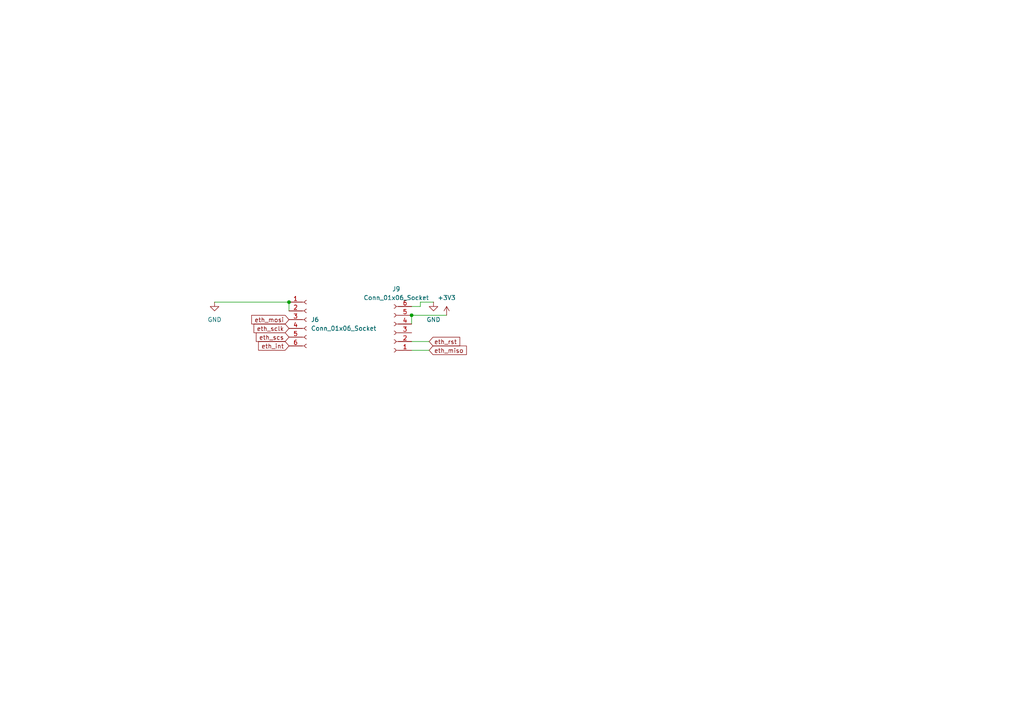
<source format=kicad_sch>
(kicad_sch (version 20231120) (generator "eeschema") (generator_version "8.0")
  (paper "A4")
  (lib_symbols
    (symbol "Connector:Conn_01x06_Socket" (pin_names (offset 1.016) hide)
      (property "Reference" "J" (at 0 7.62 0))
      (property "Value" "Conn_01x06_Socket" (at 0 -10.16 0))
      (symbol "Conn_01x06_Socket_1_1"
        (arc (start 0 -7.112) (mid -0.5058 -7.62) (end 0 -8.128) (stroke (width 0.1524)))
        (arc (start 0 -4.572) (mid -0.5058 -5.08) (end 0 -5.588) (stroke (width 0.1524)))
        (arc (start 0 -2.032) (mid -0.5058 -2.54) (end 0 -3.048) (stroke (width 0.1524)))
        (polyline (pts (xy -1.27 -7.62) (xy -0.508 -7.62)) (stroke (width 0.1524)))
        (polyline (pts (xy -1.27 -5.08) (xy -0.508 -5.08)) (stroke (width 0.1524)))
        (polyline (pts (xy -1.27 -2.54) (xy -0.508 -2.54)) (stroke (width 0.1524)))
        (polyline (pts (xy -1.27 0) (xy -0.508 0)) (stroke (width 0.1524)))
        (polyline (pts (xy -1.27 2.54) (xy -0.508 2.54)) (stroke (width 0.1524)))
        (polyline (pts (xy -1.27 5.08) (xy -0.508 5.08)) (stroke (width 0.1524)))
        (arc (start 0 0.508) (mid -0.5058 0) (end 0 -0.508) (stroke (width 0.1524)))
        (arc (start 0 3.048) (mid -0.5058 2.54) (end 0 2.032) (stroke (width 0.1524)))
        (arc (start 0 5.588) (mid -0.5058 5.08) (end 0 4.572) (stroke (width 0.1524)))
        (pin passive line (at -5.08 5.08 0) (length 3.81) (name "Pin_1") (number "1"))
        (pin passive line (at -5.08 2.54 0) (length 3.81) (name "Pin_2") (number "2"))
        (pin passive line (at -5.08 0 0) (length 3.81) (name "Pin_3") (number "3"))
        (pin passive line (at -5.08 -2.54 0) (length 3.81) (name "Pin_4") (number "4"))
        (pin passive line (at -5.08 -5.08 0) (length 3.81) (name "Pin_5") (number "5"))
        (pin passive line (at -5.08 -7.62 0) (length 3.81) (name "Pin_6") (number "6"))
      )
    )
    (symbol "Connector:RJ45_LED_Shielded" (pin_names (offset 1.016))
      (property "Reference" "J" (at -5.08 13.97 0))
      (property "Value" "RJ45_LED_Shielded" (at 1.27 13.97 0))
      (symbol "RJ45_LED_Shielded_0_1"
        (polyline (pts (xy -7.62 -7.62) (xy -6.35 -7.62)))
        (polyline (pts (xy -7.62 -5.08) (xy -6.35 -5.08)))
        (polyline (pts (xy -7.62 7.62) (xy -6.35 7.62)))
        (polyline (pts (xy -7.62 10.16) (xy -6.35 10.16)))
        (polyline (pts (xy -6.858 -5.842) (xy -5.842 -5.842)))
        (polyline (pts (xy -6.858 9.398) (xy -5.842 9.398)))
        (polyline (pts (xy -6.35 -7.62) (xy -6.35 -6.858)))
        (polyline (pts (xy -6.35 -5.08) (xy -6.35 -5.842)))
        (polyline (pts (xy -6.35 7.62) (xy -6.35 8.382)))
        (polyline (pts (xy -6.35 10.16) (xy -6.35 9.398)))
        (polyline (pts (xy -5.08 -6.223) (xy -5.207 -6.604)))
        (polyline (pts (xy -5.08 -5.588) (xy -5.207 -5.969)))
        (polyline (pts (xy -5.08 4.445) (xy -6.35 4.445)))
        (polyline (pts (xy -5.08 5.715) (xy -6.35 5.715)))
        (polyline (pts (xy -5.08 9.017) (xy -5.207 8.636)))
        (polyline (pts (xy -5.08 9.652) (xy -5.207 9.271)))
        (polyline (pts (xy -6.35 -3.175) (xy -5.08 -3.175) (xy -5.08 -3.175)))
        (polyline (pts (xy -6.35 -1.905) (xy -5.08 -1.905) (xy -5.08 -1.905)))
        (polyline (pts (xy -6.35 -0.635) (xy -5.08 -0.635) (xy -5.08 -0.635)))
        (polyline (pts (xy -6.35 0.635) (xy -5.08 0.635) (xy -5.08 0.635)))
        (polyline (pts (xy -6.35 1.905) (xy -5.08 1.905) (xy -5.08 1.905)))
        (polyline (pts (xy -5.588 -6.731) (xy -5.08 -6.223) (xy -5.461 -6.35)))
        (polyline (pts (xy -5.588 -6.096) (xy -5.08 -5.588) (xy -5.461 -5.715)))
        (polyline (pts (xy -5.588 8.509) (xy -5.08 9.017) (xy -5.461 8.89)))
        (polyline (pts (xy -5.588 9.144) (xy -5.08 9.652) (xy -5.461 9.525)))
        (polyline (pts (xy -5.08 3.175) (xy -6.35 3.175) (xy -6.35 3.175)))
        (polyline (pts (xy -6.35 -5.842) (xy -6.858 -6.858) (xy -5.842 -6.858) (xy -6.35 -5.842)))
        (polyline (pts (xy -6.35 9.398) (xy -6.858 8.382) (xy -5.842 8.382) (xy -6.35 9.398)))
        (polyline (pts (xy -6.35 -4.445) (xy -6.35 6.985) (xy 3.81 6.985) (xy 3.81 4.445) (xy 5.08 4.445) (xy 5.08 3.175) (xy 6.35 3.175) (xy 6.35 -0.635) (xy 5.08 -0.635) (xy 5.08 -1.905) (xy 3.81 -1.905) (xy 3.81 -4.445) (xy -6.35 -4.445) (xy -6.35 -4.445)))
        (rectangle (start 7.62 12.7) (end -7.62 -10.16) (stroke (width 0.254)) (fill (type background)))
      )
      (symbol "RJ45_LED_Shielded_1_1"
        (pin passive line (at 10.16 -7.62 180) (length 2.54) (name "~") (number "1"))
        (pin passive line (at -10.16 7.62 0) (length 2.54) (name "~") (number "10"))
        (pin passive line (at -10.16 -5.08 0) (length 2.54) (name "~") (number "11"))
        (pin passive line (at -10.16 -7.62 0) (length 2.54) (name "~") (number "12"))
        (pin passive line (at 10.16 -5.08 180) (length 2.54) (name "~") (number "2"))
        (pin passive line (at 10.16 -2.54 180) (length 2.54) (name "~") (number "3"))
        (pin passive line (at 10.16 0 180) (length 2.54) (name "~") (number "4"))
        (pin passive line (at 10.16 2.54 180) (length 2.54) (name "~") (number "5"))
        (pin passive line (at 10.16 5.08 180) (length 2.54) (name "~") (number "6"))
        (pin passive line (at 10.16 7.62 180) (length 2.54) (name "~") (number "7"))
        (pin passive line (at 10.16 10.16 180) (length 2.54) (name "~") (number "8"))
        (pin passive line (at -10.16 10.16 0) (length 2.54) (name "~") (number "9"))
        (pin passive line (at 0 -12.7 90) (length 2.54) (name "~") (number "SH"))
      )
    )
    (symbol "Device:C" (pin_numbers hide) (pin_names (offset 0.254))
      (property "Reference" "C" (at 0.635 2.54 0))
      (property "Value" "C" (at 0.635 -2.54 0))
      (symbol "C_0_1"
        (polyline (pts (xy -2.032 -0.762) (xy 2.032 -0.762)) (stroke (width 0.508)))
        (polyline (pts (xy -2.032 0.762) (xy 2.032 0.762)) (stroke (width 0.508)))
      )
      (symbol "C_1_1"
        (pin passive line (at 0 3.81 270) (length 2.794) (name "~") (number "1"))
        (pin passive line (at 0 -3.81 90) (length 2.794) (name "~") (number "2"))
      )
    )
    (symbol "Device:C_Polarized" (pin_numbers hide) (pin_names (offset 0.254))
      (property "Reference" "C" (at 0.635 2.54 0))
      (property "Value" "C_Polarized" (at 0.635 -2.54 0))
      (symbol "C_Polarized_0_1"
        (rectangle (start -2.286 0.508) (end 2.286 1.016))
        (polyline (pts (xy -1.778 2.286) (xy -0.762 2.286)))
        (polyline (pts (xy -1.27 2.794) (xy -1.27 1.778)))
        (rectangle (start 2.286 -0.508) (end -2.286 -1.016) (fill (type outline)))
      )
      (symbol "C_Polarized_1_1"
        (pin passive line (at 0 3.81 270) (length 2.794) (name "~") (number "1"))
        (pin passive line (at 0 -3.81 90) (length 2.794) (name "~") (number "2"))
      )
    )
    (symbol "Device:LED" (pin_numbers hide) (pin_names (offset 1.016) hide)
      (property "Reference" "D" (at 0 2.54 0))
      (property "Value" "LED" (at 0 -2.54 0))
      (symbol "LED_0_1"
        (polyline (pts (xy -1.27 -1.27) (xy -1.27 1.27)) (stroke (width 0.254)))
        (polyline (pts (xy -1.27 0) (xy 1.27 0)))
        (polyline (pts (xy 1.27 -1.27) (xy 1.27 1.27) (xy -1.27 0) (xy 1.27 -1.27)) (stroke (width 0.254)))
        (polyline (pts (xy -3.048 -0.762) (xy -4.572 -2.286) (xy -3.81 -2.286) (xy -4.572 -2.286) (xy -4.572 -1.524)))
        (polyline (pts (xy -1.778 -0.762) (xy -3.302 -2.286) (xy -2.54 -2.286) (xy -3.302 -2.286) (xy -3.302 -1.524)))
      )
      (symbol "LED_1_1"
        (pin passive line (at -3.81 0 0) (length 2.54) (name "K") (number "1"))
        (pin passive line (at 3.81 0 180) (length 2.54) (name "A") (number "2"))
      )
    )
    (symbol "Device:R" (pin_numbers hide) (pin_names (offset 0))
      (property "Reference" "R" (at 2.032 0 90))
      (property "Value" "R" (at 0 0 90))
      (symbol "R_0_1"
        (rectangle (start -1.016 -2.54) (end 1.016 2.54) (stroke (width 0.254)))
      )
      (symbol "R_1_1"
        (pin passive line (at 0 3.81 270) (length 1.27) (name "~") (number "1"))
        (pin passive line (at 0 -3.81 90) (length 1.27) (name "~") (number "2"))
      )
    )
    (symbol "Interface_Ethernet:W5500"
      (property "Reference" "U" (at -11.43 29.21 0))
      (property "Value" "W5500" (at 8.89 29.21 0))
      (symbol "W5500_0_1"
        (rectangle (start -12.7 27.94) (end 12.7 -27.94) (stroke (width 0.254)) (fill (type background)))
      )
      (symbol "W5500_1_1"
        (pin output line (at 15.24 25.4 180) (length 2.54) (name "TXN") (number "1"))
        (pin passive line (at 15.24 -17.78 180) (length 2.54) (name "EXRES1") (number "10"))
        (pin passive line (at 2.54 30.48 270) (length 2.54) hide (name "AVDD") (number "11"))
        (pin no_connect line (at 12.7 7.62 180) (length 2.54) hide (name "NC") (number "12"))
        (pin no_connect line (at 12.7 5.08 180) (length 2.54) hide (name "NC") (number "13"))
        (pin passive line (at 2.54 -30.48 90) (length 2.54) hide (name "AGND") (number "14"))
        (pin passive line (at 2.54 30.48 270) (length 2.54) hide (name "AVDD") (number "15"))
        (pin passive line (at 2.54 -30.48 90) (length 2.54) hide (name "AGND") (number "16"))
        (pin passive line (at 2.54 30.48 270) (length 2.54) hide (name "AVDD") (number "17"))
        (pin passive line (at 15.24 -20.32 180) (length 2.54) (name "VBG") (number "18"))
        (pin passive line (at 2.54 -30.48 90) (length 2.54) hide (name "AGND") (number "19"))
        (pin output line (at 15.24 22.86 180) (length 2.54) (name "TXP") (number "2"))
        (pin passive line (at 15.24 -22.86 180) (length 2.54) (name "TOCAP") (number "20"))
        (pin passive line (at 2.54 30.48 270) (length 2.54) hide (name "AVDD") (number "21"))
        (pin output line (at 15.24 -25.4 180) (length 2.54) (name "1V2O") (number "22"))
        (pin input line (at -15.24 -25.4 0) (length 2.54) (name "RSVD") (number "23"))
        (pin output line (at 15.24 -5.08 180) (length 2.54) (name "SPDLED") (number "24"))
        (pin output line (at 15.24 -7.62 180) (length 2.54) (name "LINKLED") (number "25"))
        (pin output line (at 15.24 -10.16 180) (length 2.54) (name "DUPLED") (number "26"))
        (pin output line (at 15.24 -12.7 180) (length 2.54) (name "ACTLED") (number "27"))
        (pin power_in line (at -2.54 30.48 270) (length 2.54) (name "VDD") (number "28"))
        (pin power_in line (at -2.54 -30.48 90) (length 2.54) (name "GND") (number "29"))
        (pin power_in line (at 2.54 -30.48 90) (length 2.54) (name "AGND") (number "3"))
        (pin input line (at -15.24 -2.54 0) (length 2.54) (name "XI/CLKIN") (number "30"))
        (pin output line (at -15.24 -5.08 0) (length 2.54) (name "XO") (number "31"))
        (pin input line (at -15.24 25.4 0) (length 2.54) (name "~{SCS}") (number "32"))
        (pin input line (at -15.24 22.86 0) (length 2.54) (name "SCLK") (number "33"))
        (pin output line (at -15.24 20.32 0) (length 2.54) (name "MISO") (number "34"))
        (pin input line (at -15.24 17.78 0) (length 2.54) (name "MOSI") (number "35"))
        (pin input line (at -15.24 15.24 0) (length 2.54) (name "~{INT}") (number "36"))
        (pin input line (at -15.24 12.7 0) (length 2.54) (name "~{RST}") (number "37"))
        (pin input line (at -15.24 -10.16 0) (length 2.54) (name "RSVD") (number "38"))
        (pin input line (at -15.24 -12.7 0) (length 2.54) (name "RSVD") (number "39"))
        (pin power_in line (at 2.54 30.48 270) (length 2.54) (name "AVDD") (number "4"))
        (pin input line (at -15.24 -15.24 0) (length 2.54) (name "RSVD") (number "40"))
        (pin input line (at -15.24 -17.78 0) (length 2.54) (name "RSVD") (number "41"))
        (pin input line (at -15.24 -20.32 0) (length 2.54) (name "RSVD") (number "42"))
        (pin input line (at -15.24 2.54 0) (length 2.54) (name "PMODE2") (number "43"))
        (pin input line (at -15.24 5.08 0) (length 2.54) (name "PMODE1") (number "44"))
        (pin input line (at -15.24 7.62 0) (length 2.54) (name "PMODE0") (number "45"))
        (pin no_connect line (at 12.7 2.54 180) (length 2.54) hide (name "NC") (number "46"))
        (pin no_connect line (at 12.7 0 180) (length 2.54) hide (name "NC") (number "47"))
        (pin passive line (at 2.54 -30.48 90) (length 2.54) hide (name "AGND") (number "48"))
        (pin input line (at 15.24 17.78 180) (length 2.54) (name "RXN") (number "5"))
        (pin input line (at 15.24 15.24 180) (length 2.54) (name "RXP") (number "6"))
        (pin no_connect line (at 12.7 10.16 180) (length 2.54) hide (name "DNC") (number "7"))
        (pin passive line (at 2.54 30.48 270) (length 2.54) hide (name "AVDD") (number "8"))
        (pin passive line (at 2.54 -30.48 90) (length 2.54) hide (name "AGND") (number "9"))
      )
    )
    (symbol "Oscillator:ECS-2520MV-xxx-xx"
      (property "Reference" "X" (at -5.08 6.35 0))
      (property "Value" "ECS-2520MV-xxx-xx" (at 1.27 -6.35 0))
      (symbol "ECS-2520MV-xxx-xx_0_1"
        (rectangle (start -7.62 5.08) (end 7.62 -5.08) (stroke (width 0.254)) (fill (type background)))
        (polyline (pts (xy -4.445 2.54) (xy -3.81 2.54) (xy -3.81 3.81) (xy -3.175 3.81) (xy -3.175 2.54) (xy -2.54 2.54) (xy -2.54 3.81) (xy -1.905 3.81) (xy -1.905 2.54)))
      )
      (symbol "ECS-2520MV-xxx-xx_1_1"
        (pin input line (at -10.16 0 0) (length 2.54) (name "Tri-State") (number "1"))
        (pin power_in line (at 0 -7.62 90) (length 2.54) (name "GND") (number "2"))
        (pin output line (at 10.16 0 180) (length 2.54) (name "OUT") (number "3"))
        (pin power_in line (at 0 7.62 270) (length 2.54) (name "VDD") (number "4"))
      )
    )
    (symbol "power:+3V3" (power) (pin_numbers hide) (pin_names (offset 0) hide)
      (property "Value" "+3V3" (at 0 3.556 0))
      (symbol "+3V3_0_1"
        (polyline (pts (xy -0.762 1.27) (xy 0 2.54)))
        (polyline (pts (xy 0 0) (xy 0 2.54)))
        (polyline (pts (xy 0 2.54) (xy 0.762 1.27)))
      )
      (symbol "+3V3_1_1"
        (pin power_in line (at 0 0 90) (length 0) (name "~") (number "1"))
      )
    )
    (symbol "power:GND" (power) (pin_numbers hide) (pin_names (offset 0) hide)
      (property "Value" "GND" (at 0 -3.81 0))
      (symbol "GND_0_1"
        (polyline (pts (xy 0 0) (xy 0 -1.27) (xy 1.27 -1.27) (xy 0 -2.54) (xy -1.27 -1.27) (xy 0 -1.27)))
      )
      (symbol "GND_1_1"
        (pin power_in line (at 0 0 270) (length 0) (name "~") (number "1"))
      )
    )
  )
  (junction (at 109.22 -60.96))
  (junction (at 121.92 -48.26))
  (junction (at 109.22 -66.04))
  (junction (at 109.22 -68.58))
  (junction (at 119.38 91.44))
  (junction (at 127 -115.57))
  (junction (at 83.82 87.63))
  (junction (at 109.22 -63.5))
  (wire (pts (xy 102.87 -99.06) (xy 109.22 -99.06)))
  (wire (pts (xy 105.41 -66.04) (xy 109.22 -66.04)))
  (wire (pts (xy 121.92 -115.57) (xy 127 -115.57)))
  (wire (pts (xy 102.87 -104.14) (xy 109.22 -104.14)))
  (wire (pts (xy 109.22 -66.04) (xy 109.22 -63.5)))
  (wire (pts (xy 109.22 -60.96) (xy 109.22 -55.88)))
  (wire (pts (xy 102.87 -88.9) (xy 109.22 -88.9)))
  (wire (pts (xy 127 -50.8) (xy 127 -48.26)))
  (wire (pts (xy 102.87 -93.98) (xy 109.22 -93.98)))
  (wire (pts (xy 102.87 -106.68) (xy 109.22 -106.68)))
  (wire (pts (xy 248.92 -41.91) (xy 248.92 -45.72)))
  (wire (pts (xy 179.07 -44.45) (xy 179.07 -53.34)))
  (wire (pts (xy 124.46 99.06) (xy 119.38 99.06)))
  (wire (pts (xy 262.89 -66.04) (xy 262.89 -60.96)))
  (wire (pts (xy 262.89 -41.91) (xy 262.89 -45.72)))
  (wire (pts (xy 179.07 -63.5) (xy 179.07 -60.96)))
  (wire (pts (xy 62.23 87.63) (xy 83.82 87.63)))
  (wire (pts (xy 121.92 -40.64) (xy 121.92 -48.26)))
  (wire (pts (xy 234.95 -66.04) (xy 234.95 -60.96)))
  (wire (pts (xy 161.29 -58.42) (xy 139.7 -58.42)))
  (wire (pts (xy 146.05 -73.66) (xy 139.7 -73.66)))
  (wire (pts (xy 218.44 -66.04) (xy 218.44 -60.96)))
  (wire (pts (xy 109.22 -68.58) (xy 109.22 -66.04)))
  (wire (pts (xy 66.04 -53.34) (xy 73.66 -53.34)))
  (wire (pts (xy 248.92 -66.04) (xy 248.92 -60.96)))
  (wire (pts (xy 139.7 -63.5) (xy 179.07 -63.5)))
  (wire (pts (xy 121.92 -48.26) (xy 121.92 -50.8)))
  (wire (pts (xy 234.95 -41.91) (xy 234.95 -45.72)))
  (wire (pts (xy 105.41 -64.77) (xy 105.41 -66.04)))
  (wire (pts (xy 148.59 -45.72) (xy 148.59 -44.45)))
  (wire (pts (xy 161.29 -48.26) (xy 161.29 -44.45)))
  (wire (pts (xy 83.82 87.63) (xy 83.82 90.17)))
  (wire (pts (xy 102.87 -96.52) (xy 109.22 -96.52)))
  (wire (pts (xy 129.54 91.44) (xy 119.38 91.44)))
  (wire (pts (xy 146.05 -76.2) (xy 139.7 -76.2)))
  (wire (pts (xy 109.22 -71.12) (xy 109.22 -68.58)))
  (wire (pts (xy 146.05 -68.58) (xy 139.7 -68.58)))
  (wire (pts (xy 161.29 -55.88) (xy 161.29 -58.42)))
  (wire (pts (xy 121.92 88.9) (xy 119.38 88.9)))
  (wire (pts (xy 146.05 -71.12) (xy 139.7 -71.12)))
  (wire (pts (xy 124.46 101.6) (xy 119.38 101.6)))
  (wire (pts (xy 218.44 -41.91) (xy 218.44 -45.72)))
  (wire (pts (xy 109.22 -63.5) (xy 109.22 -60.96)))
  (wire (pts (xy 148.59 -55.88) (xy 139.7 -55.88)))
  (wire (pts (xy 102.87 -83.82) (xy 109.22 -83.82)))
  (wire (pts (xy 119.38 91.44) (xy 119.38 93.98)))
  (wire (pts (xy 127 -120.65) (xy 127 -115.57)))
  (wire (pts (xy 102.87 -86.36) (xy 109.22 -86.36)))
  (wire (pts (xy 127 -48.26) (xy 121.92 -48.26)))
  (wire (pts (xy 125.73 87.63) (xy 121.92 87.63)))
  (wire (pts (xy 121.92 -111.76) (xy 121.92 -115.57)))
  (wire (pts (xy 93.98 -78.74) (xy 109.22 -78.74)))
  (wire (pts (xy 127 -115.57) (xy 127 -111.76)))
  (wire (pts (xy 121.92 87.63) (xy 121.92 88.9)))
  (wire (pts (xy 102.87 -101.6) (xy 109.22 -101.6)))
  (wire (pts (xy 148.59 -53.34) (xy 148.59 -55.88)))
  (rectangle (start 0 -153.67) (end 309.88 -5.08))
  (text "remplacé par le shield\n" (at 13.716 -148.336 0) (effects (font (size 1.27 1.27))))
  (text "short trace required" (at 163.576 -56.134 0) (effects (font (size 1.27 1.27))))
  (label "linkled" (at 234.95 -66.04 0))
  (label "dupled" (at 248.92 -66.04 0))
  (label "Clk_25MHz" (at 73.66 -53.34 0))
  (label "actled" (at 262.89 -66.04 0))
  (label "linkled" (at 146.05 -73.66 0))
  (label "dupled" (at 146.05 -71.12 0))
  (label "Clk_25MHz" (at 93.98 -78.74 0))
  (label "spdled" (at 146.05 -76.2 0))
  (label "actled" (at 146.05 -68.58 0))
  (label "spdled" (at 218.44 -66.04 0))
  (global_label "eth_rst" (shape input) (at 124.46 99.06 0) (property "Intersheetrefs" "${INTERSHEET_REFS}" (effects (hide yes))))
  (global_label "eth_miso" (shape input) (at 102.87 -101.6 180) (property "Intersheetrefs" "${INTERSHEET_REFS}" (effects (hide yes))))
  (global_label "eth_mosi" (shape input) (at 83.82 92.71 180) (property "Intersheetrefs" "${INTERSHEET_REFS}" (effects (hide yes))))
  (global_label "eth_pmode0" (shape input) (at 102.87 -88.9 180) (property "Intersheetrefs" "${INTERSHEET_REFS}" (effects (hide yes))))
  (global_label "eth_miso" (shape input) (at 124.46 101.6 0) (property "Intersheetrefs" "${INTERSHEET_REFS}" (effects (hide yes))))
  (global_label "eth_scs" (shape input) (at 83.82 97.79 180) (property "Intersheetrefs" "${INTERSHEET_REFS}" (effects (hide yes))))
  (global_label "eth_sclk" (shape input) (at 102.87 -104.14 180) (property "Intersheetrefs" "${INTERSHEET_REFS}" (effects (hide yes))))
  (global_label "eth_int" (shape input) (at 83.82 100.33 180) (property "Intersheetrefs" "${INTERSHEET_REFS}" (effects (hide yes))))
  (global_label "eth_pmode2" (shape input) (at 102.87 -83.82 180) (property "Intersheetrefs" "${INTERSHEET_REFS}" (effects (hide yes))))
  (global_label "eth_rst" (shape input) (at 102.87 -93.98 180) (property "Intersheetrefs" "${INTERSHEET_REFS}" (effects (hide yes))))
  (global_label "eth_sclk" (shape input) (at 83.82 95.25 180) (property "Intersheetrefs" "${INTERSHEET_REFS}" (effects (hide yes))))
  (global_label "eth_scs" (shape input) (at 102.87 -106.68 180) (property "Intersheetrefs" "${INTERSHEET_REFS}" (effects (hide yes))))
  (global_label "eth_int" (shape input) (at 102.87 -96.52 180) (property "Intersheetrefs" "${INTERSHEET_REFS}" (effects (hide yes))))
  (global_label "eth_pmode1" (shape input) (at 102.87 -86.36 180) (property "Intersheetrefs" "${INTERSHEET_REFS}" (effects (hide yes))))
  (global_label "eth_mosi" (shape input) (at 102.87 -99.06 180) (property "Intersheetrefs" "${INTERSHEET_REFS}" (effects (hide yes))))
  (symbol (lib_id "Device:LED") (at 248.92 -49.53 90) (unit 1) (on_board no)
    (property "Reference" "LED5" (at 252.73 -49.2126 90) (effects (justify right)))
    (property "Value" "green" (at 252.73 -46.6726 90) (effects (justify right)))
    (property "Footprint" "LED_SMD:LED_0805_2012Metric" (effects (hide yes)))
  )
  (symbol (lib_id "Device:LED") (at 262.89 -49.53 90) (unit 1) (on_board no)
    (property "Reference" "LED6" (at 266.7 -49.2126 90) (effects (justify right)))
    (property "Value" "green" (at 266.7 -46.6726 90) (effects (justify right)))
    (property "Footprint" "LED_SMD:LED_0805_2012Metric" (effects (hide yes)))
  )
  (symbol (lib_id "Device:C_Polarized") (at 161.29 -52.07 0) (unit 1) (on_board no)
    (property "Reference" "C30" (at 165.1 -54.2291 0) (effects (justify left)))
    (property "Value" "4.7uF" (at 165.1 -51.6891 0) (effects (justify left)))
    (property "Description" "Polarized capacitor" (effects (hide yes)))
  )
  (symbol (lib_id "power:GND") (at 262.89 -41.91 0) (unit 1) (on_board no)
    (property "Reference" "#PWR075" (effects (hide yes)))
    (property "Value" "GND" (at 262.89 -36.83 0))
  )
  (symbol (lib_id "Interface_Ethernet:W5500") (at 124.46 -81.28 0) (unit 1) (on_board no)
    (property "Reference" "U8" (at 129.1941 -114.3 0) (effects (justify left)))
    (property "Value" "W5500" (at 129.1941 -111.76 0) (effects (justify left)))
    (property "Footprint" "Package_QFP:LQFP-80_10x10mm_P0.4mm" (effects (hide yes)))
    (property "Datasheet" "http://wizwiki.net/wiki/lib/exe/fetch.php/products:w5500:w5500_ds_v109e.pdf" (effects (hide yes)))
    (property "Description" "10/100Mb SPI Ethernet controller with TCP/IP stack, LQFP-48" (effects (hide yes)))
  )
  (symbol (lib_id "power:+3V3") (at 55.88 -60.96 0) (unit 1) (on_board no)
    (property "Reference" "#PWR076" (effects (hide yes)))
    (property "Value" "+3V3" (at 55.88 -66.04 0))
  )
  (symbol (lib_id "power:GND") (at 121.92 -40.64 0) (unit 1) (on_board no)
    (property "Reference" "#PWR047" (effects (hide yes)))
    (property "Value" "GND" (at 121.92 -35.56 0))
    (property "Description" "Power symbol creates a global label with name \"GND\" , ground" (effects (hide yes)))
  )
  (symbol (lib_id "Connector:Conn_01x06_Socket") (at 114.3 96.52 180) (unit 1)
    (property "Reference" "J9" (at 114.935 83.82 0))
    (property "Value" "Conn_01x06_Socket" (at 114.935 86.36 0))
    (property "Footprint" "Connector_PinHeader_2.54mm:PinHeader_1x06_P2.54mm_Vertical" (effects (hide yes)))
    (property "Description" "Generic connector, single row, 01x06, script generated" (effects (hide yes)))
  )
  (symbol (lib_id "Device:LED") (at 234.95 -49.53 90) (unit 1) (on_board no)
    (property "Reference" "LED4" (at 238.76 -49.2126 90) (effects (justify right)))
    (property "Value" "green" (at 238.76 -46.6726 90) (effects (justify right)))
    (property "Footprint" "LED_SMD:LED_0805_2012Metric" (effects (hide yes)))
  )
  (symbol (lib_id "Connector:Conn_01x06_Socket") (at 88.9 92.71 0) (unit 1)
    (property "Reference" "J6" (at 90.17 92.7099 0) (effects (justify left)))
    (property "Value" "Conn_01x06_Socket" (at 90.17 95.2499 0) (effects (justify left)))
    (property "Footprint" "Connector_PinHeader_2.54mm:PinHeader_1x06_P2.54mm_Vertical" (effects (hide yes)))
    (property "Description" "Generic connector, single row, 01x06, script generated" (effects (hide yes)))
  )
  (symbol (lib_id "Device:R") (at 218.44 -57.15 180) (unit 1) (on_board no)
    (property "Reference" "R20" (at 220.98 -58.42 0) (effects (justify right)))
    (property "Value" "1k" (at 220.98 -55.88 0) (effects (justify right)))
    (property "Footprint" "Resistor_SMD:R_0402_1005Metric" (effects (hide yes)))
  )
  (symbol (lib_id "power:GND") (at 55.88 -45.72 0) (unit 1) (on_board no)
    (property "Reference" "#PWR077" (effects (hide yes)))
    (property "Value" "GND" (at 55.88 -40.64 0))
  )
  (symbol (lib_id "Device:R") (at 234.95 -57.15 180) (unit 1) (on_board no)
    (property "Reference" "R21" (at 237.49 -58.42 0) (effects (justify right)))
    (property "Value" "1k" (at 237.49 -55.88 0) (effects (justify right)))
    (property "Footprint" "Resistor_SMD:R_0402_1005Metric" (effects (hide yes)))
  )
  (symbol (lib_id "Connector:RJ45_LED_Shielded") (at 172.72 -88.9 180) (unit 1) (on_board no)
    (property "Reference" "J7" (at 172.72 -73.66 0))
    (property "Value" "RJ45_LED_Shielded" (at 172.72 -71.12 0))
    (property "Footprint" "Connector_RJ:RJ45_BEL_SS74301-00x_Vertical" (effects (hide yes)))
    (property "Description" "RJ connector, 8P8C (8 positions 8 connected), two LEDs, Shielded" (effects (hide yes)))
  )
  (symbol (lib_id "power:+3V3") (at 127 -120.65 0) (mirror y) (unit 1) (on_board no)
    (property "Reference" "#PWR067" (effects (hide yes)))
    (property "Value" "+3V3" (at 127 -125.73 0))
    (property "Description" "Power symbol creates a global label with name \"+3V3\"" (effects (hide yes)))
  )
  (symbol (lib_id "power:GND") (at 105.41 -64.77 0) (unit 1) (on_board no)
    (property "Reference" "#PWR071" (effects (hide yes)))
    (property "Value" "GND" (at 105.41 -59.69 0))
    (property "Description" "Power symbol creates a global label with name \"GND\" , ground" (effects (hide yes)))
  )
  (symbol (lib_id "power:GND") (at 62.23 87.63 0) (unit 1)
    (property "Reference" "#PWR079" (effects (hide yes)))
    (property "Value" "GND" (at 62.23 92.71 0))
    (property "Description" "Power symbol creates a global label with name \"GND\" , ground" (effects (hide yes)))
  )
  (symbol (lib_id "Device:LED") (at 218.44 -49.53 90) (unit 1) (on_board no)
    (property "Reference" "LED3" (at 222.25 -49.2126 90) (effects (justify right)))
    (property "Value" "green" (at 222.25 -46.6726 90) (effects (justify right)))
    (property "Footprint" "LED_SMD:LED_0805_2012Metric" (effects (hide yes)))
  )
  (symbol (lib_id "power:GND") (at 218.44 -41.91 0) (unit 1) (on_board no)
    (property "Reference" "#PWR073" (effects (hide yes)))
    (property "Value" "GND" (at 218.44 -36.83 0))
  )
  (symbol (lib_id "power:GND") (at 179.07 -44.45 0) (unit 1) (on_board no)
    (property "Reference" "#PWR070" (effects (hide yes)))
    (property "Value" "GND" (at 179.07 -39.37 0))
    (property "Description" "Power symbol creates a global label with name \"GND\" , ground" (effects (hide yes)))
  )
  (symbol (lib_id "power:GND") (at 234.95 -41.91 0) (unit 1) (on_board no)
    (property "Reference" "#PWR072" (effects (hide yes)))
    (property "Value" "GND" (at 234.95 -36.83 0))
  )
  (symbol (lib_id "Device:R") (at 179.07 -57.15 0) (unit 1) (on_board no)
    (property "Reference" "R19" (at 181.61 -58.4201 0) (effects (justify left)))
    (property "Value" "12.4k 1%" (at 181.61 -55.8801 0) (effects (justify left)))
    (property "Footprint" "Capacitor_SMD:C_0402_1005Metric" (effects (hide yes)))
    (property "Description" "Resistor" (effects (hide yes)))
  )
  (symbol (lib_id "Device:R") (at 262.89 -57.15 180) (unit 1) (on_board no)
    (property "Reference" "R23" (at 265.43 -58.42 0) (effects (justify right)))
    (property "Value" "1k" (at 265.43 -55.88 0) (effects (justify right)))
    (property "Footprint" "Resistor_SMD:R_0402_1005Metric" (effects (hide yes)))
  )
  (symbol (lib_id "Oscillator:ECS-2520MV-xxx-xx") (at 55.88 -53.34 0) (unit 1) (on_board no)
    (property "Reference" "X2" (at 76.2 -56.9879 0))
    (property "Value" "S2D25.000000B20F30T" (at 68.58 -60.96 0))
    (property "Footprint" "Oscillator:Oscillator_SMD_ECS_2520MV-xxx-xx-4Pin_2.5x2.0mm" (effects (hide yes)))
    (property "Datasheet" "https://www.ecsxtal.com/store/pdf/ECS-2520MV.pdf" (effects (hide yes)))
  )
  (symbol (lib_id "power:GND") (at 125.73 87.63 0) (unit 1)
    (property "Reference" "#PWR078" (effects (hide yes)))
    (property "Value" "GND" (at 125.73 92.71 0))
    (property "Description" "Power symbol creates a global label with name \"GND\" , ground" (effects (hide yes)))
  )
  (symbol (lib_id "power:+3V3") (at 129.54 91.44 0) (unit 1)
    (property "Reference" "#PWR080" (effects (hide yes)))
    (property "Value" "+3V3" (at 129.54 86.36 0))
    (property "Description" "Power symbol creates a global label with name \"+3V3\"" (effects (hide yes)))
  )
  (symbol (lib_id "power:GND") (at 248.92 -41.91 0) (unit 1) (on_board no)
    (property "Reference" "#PWR074" (effects (hide yes)))
    (property "Value" "GND" (at 248.92 -36.83 0))
  )
  (symbol (lib_id "power:GND") (at 148.59 -44.45 0) (unit 1) (on_board no)
    (property "Reference" "#PWR068" (effects (hide yes)))
    (property "Value" "GND" (at 148.59 -39.37 0))
    (property "Description" "Power symbol creates a global label with name \"GND\" , ground" (effects (hide yes)))
  )
  (symbol (lib_id "Device:C") (at 148.59 -49.53 0) (unit 1) (on_board no)
    (property "Reference" "C29" (at 152.4 -50.8001 0) (effects (justify left)))
    (property "Value" "10nF" (at 152.4 -48.2601 0) (effects (justify left)))
    (property "Footprint" "Capacitor_SMD:C_0402_1005Metric" (effects (hide yes)))
    (property "Description" "Unpolarized capacitor" (effects (hide yes)))
  )
  (symbol (lib_id "Device:R") (at 248.92 -57.15 180) (unit 1) (on_board no)
    (property "Reference" "R22" (at 251.46 -58.42 0) (effects (justify right)))
    (property "Value" "1k" (at 251.46 -55.88 0) (effects (justify right)))
    (property "Footprint" "Resistor_SMD:R_0402_1005Metric" (effects (hide yes)))
  )
  (symbol (lib_id "power:GND") (at 161.29 -44.45 0) (unit 1) (on_board no)
    (property "Reference" "#PWR069" (effects (hide yes)))
    (property "Value" "GND" (at 161.29 -39.37 0))
    (property "Description" "Power symbol creates a global label with name \"GND\" , ground" (effects (hide yes)))
  )
)
</source>
